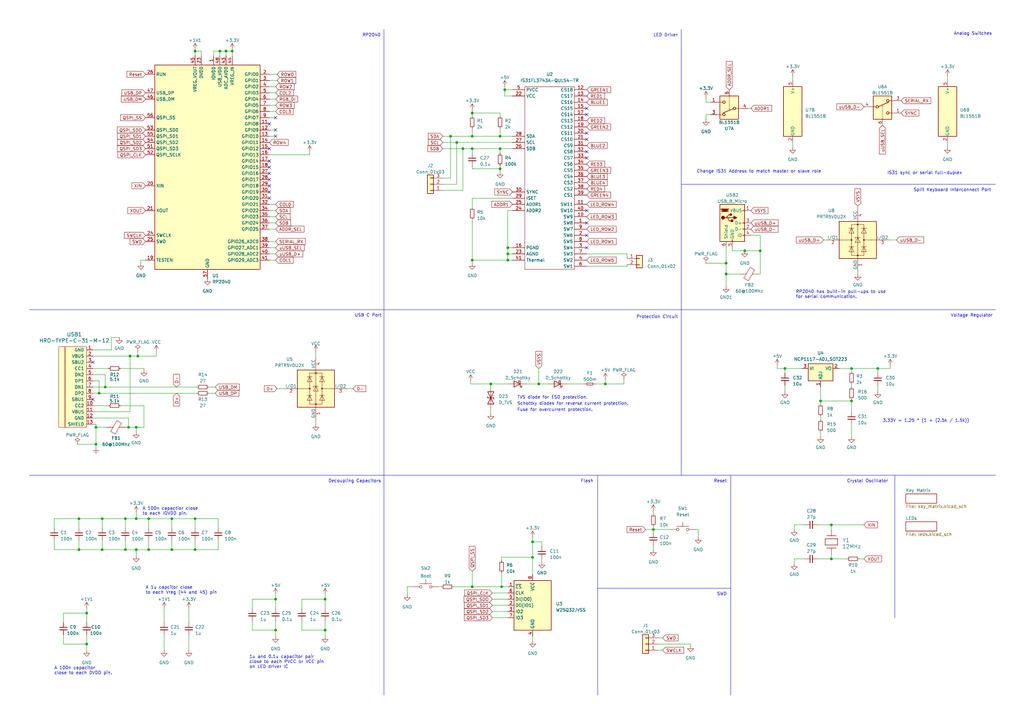
<source format=kicad_sch>
(kicad_sch (version 20230121) (generator eeschema)
  (paper "A3")
  (junction (at 267.97 217.17))
  (junction (at 39.37 175.26))
  (junction (at 80.01 20.955))
  (junction (at 113.03 258.445))
  (junction (at 56.515 146.05))
  (junction (at 43.18 158.75))
  (junction (at 336.55 164.465))
  (junction (at 70.485 212.725))
  (junction (at 55.88 225.425))
  (junction (at 41.91 212.725))
  (junction (at 305.435 102.87))
  (junction (at 32.385 212.725))
  (junction (at 218.44 222.25))
  (junction (at 60.96 212.725))
  (junction (at 52.705 175.26))
  (junction (at 208.28 101.6))
  (junction (at 311.785 102.87))
  (junction (at 207.01 36.83))
  (junction (at 41.91 225.425))
  (junction (at 205.105 55.88))
  (junction (at 55.88 212.725))
  (junction (at 349.25 164.465))
  (junction (at 205.105 69.215))
  (junction (at 95.25 20.955))
  (junction (at 184.785 55.88))
  (junction (at 60.96 225.425))
  (junction (at 133.35 245.745))
  (junction (at 349.25 151.13))
  (junction (at 208.28 104.14))
  (junction (at 35.56 264.16))
  (junction (at 92.71 20.955))
  (junction (at 53.34 146.05))
  (junction (at 205.74 240.665))
  (junction (at 80.01 212.725))
  (junction (at 321.945 151.13))
  (junction (at 51.435 225.425))
  (junction (at 360.045 151.13))
  (junction (at 133.35 258.445))
  (junction (at 193.675 240.665))
  (junction (at 90.17 20.955))
  (junction (at 340.995 229.235))
  (junction (at 193.675 106.68))
  (junction (at 201.295 157.48))
  (junction (at 193.675 60.96))
  (junction (at 205.105 60.96))
  (junction (at 340.995 215.265))
  (junction (at 32.385 225.425))
  (junction (at 208.28 106.68))
  (junction (at 40.64 161.29))
  (junction (at 248.285 157.48))
  (junction (at 80.01 225.425))
  (junction (at 51.435 212.725))
  (junction (at 113.03 245.745))
  (junction (at 55.88 175.26))
  (junction (at 35.56 251.46))
  (junction (at 193.675 46.355))
  (junction (at 218.44 228.6))
  (junction (at 220.98 157.48))
  (junction (at 297.815 112.395))
  (junction (at 187.325 58.42))
  (junction (at 297.815 107.95))
  (junction (at 70.485 225.425))
  (junction (at 189.865 60.96))
  (junction (at 193.675 55.88))
  (junction (at 39.37 182.245))
  (no_connect (at 240.665 46.99))
  (no_connect (at 240.665 44.45))
  (no_connect (at 240.665 91.44))
  (no_connect (at 240.665 86.36))
  (no_connect (at 110.49 81.28))
  (no_connect (at 110.49 60.96))
  (no_connect (at 38.1 163.83))
  (no_connect (at 240.665 62.23))
  (no_connect (at 113.03 53.34))
  (no_connect (at 113.03 48.26))
  (no_connect (at 110.49 68.58))
  (no_connect (at 240.665 54.61))
  (no_connect (at 110.49 71.12))
  (no_connect (at 38.1 148.59))
  (no_connect (at 110.49 66.04))
  (no_connect (at 110.49 50.8))
  (no_connect (at 240.665 96.52))
  (no_connect (at 240.665 64.77))
  (no_connect (at 110.49 73.66))
  (no_connect (at 240.665 101.6))
  (no_connect (at 110.49 76.2))
  (no_connect (at 110.49 78.74))
  (no_connect (at 240.665 57.15))
  (no_connect (at 113.03 55.88))
  (wire (pts (xy 56.515 146.05) (xy 64.135 146.05)))
  (wire (pts (xy 300.355 102.87) (xy 305.435 102.87)))
  (wire (pts (xy 103.505 258.445) (xy 113.03 258.445)))
  (wire (pts (xy 257.175 106.045) (xy 257.175 104.14)))
  (wire (pts (xy 307.975 96.52) (xy 311.785 96.52)))
  (wire (pts (xy 38.1 156.21) (xy 40.64 156.21)))
  (wire (pts (xy 110.49 99.06) (xy 113.03 99.06)))
  (wire (pts (xy 35.56 249.555) (xy 35.56 251.46)))
  (wire (pts (xy 201.295 159.385) (xy 201.295 157.48)))
  (wire (pts (xy 110.49 38.1) (xy 113.03 38.1)))
  (wire (pts (xy 52.705 171.45) (xy 52.705 175.26)))
  (wire (pts (xy 179.705 240.665) (xy 180.975 240.665)))
  (wire (pts (xy 90.17 20.955) (xy 90.17 22.86)))
  (wire (pts (xy 330.2 215.265) (xy 325.755 215.265)))
  (polyline (pts (xy 279.4 12.065) (xy 279.4 194.945)))
  (wire (pts (xy 349.25 151.13) (xy 360.045 151.13)))
  (wire (pts (xy 70.485 212.725) (xy 80.01 212.725)))
  (wire (pts (xy 297.815 112.395) (xy 297.815 117.475)))
  (wire (pts (xy 208.28 101.6) (xy 210.185 101.6)))
  (wire (pts (xy 189.865 78.105) (xy 189.865 60.96)))
  (wire (pts (xy 255.905 155.575) (xy 255.905 157.48)))
  (polyline (pts (xy 12.065 194.945) (xy 408.305 194.945)))
  (wire (pts (xy 110.49 48.26) (xy 113.03 48.26)))
  (wire (pts (xy 307.975 44.45) (xy 306.705 44.45)))
  (wire (pts (xy 49.53 166.37) (xy 59.055 166.37)))
  (wire (pts (xy 181.61 75.565) (xy 187.325 75.565)))
  (wire (pts (xy 193.675 81.28) (xy 193.675 85.09)))
  (wire (pts (xy 193.675 106.68) (xy 208.28 106.68)))
  (wire (pts (xy 85.725 158.75) (xy 88.265 158.75)))
  (wire (pts (xy 267.97 217.17) (xy 267.97 218.44)))
  (wire (pts (xy 92.71 20.955) (xy 92.71 22.86)))
  (wire (pts (xy 110.49 101.6) (xy 113.03 101.6)))
  (wire (pts (xy 51.435 225.425) (xy 55.88 225.425)))
  (wire (pts (xy 51.435 221.615) (xy 51.435 225.425)))
  (wire (pts (xy 26.035 264.16) (xy 35.56 264.16)))
  (wire (pts (xy 257.175 104.14) (xy 240.665 104.14)))
  (wire (pts (xy 80.01 225.425) (xy 89.535 225.425)))
  (wire (pts (xy 205.105 67.945) (xy 205.105 69.215)))
  (wire (pts (xy 207.01 39.37) (xy 210.185 39.37)))
  (wire (pts (xy 267.97 217.17) (xy 267.97 215.9)))
  (wire (pts (xy 321.945 151.13) (xy 321.945 153.035)))
  (wire (pts (xy 38.1 158.75) (xy 43.18 158.75)))
  (wire (pts (xy 201.295 167.005) (xy 201.295 169.545)))
  (wire (pts (xy 267.97 209.55) (xy 267.97 210.82)))
  (wire (pts (xy 38.1 166.37) (xy 44.45 166.37)))
  (wire (pts (xy 32.385 216.535) (xy 32.385 212.725)))
  (wire (pts (xy 89.535 216.535) (xy 89.535 212.725)))
  (wire (pts (xy 193.675 45.085) (xy 193.675 46.355)))
  (wire (pts (xy 193.675 106.68) (xy 193.675 107.95)))
  (wire (pts (xy 336.55 170.815) (xy 336.55 172.085)))
  (polyline (pts (xy 12.065 127) (xy 408.305 127)))
  (wire (pts (xy 267.97 223.52) (xy 267.97 225.425)))
  (wire (pts (xy 123.825 245.745) (xy 133.35 245.745)))
  (wire (pts (xy 208.28 86.36) (xy 208.28 101.6)))
  (wire (pts (xy 193.675 46.355) (xy 205.105 46.355)))
  (wire (pts (xy 349.25 151.13) (xy 344.17 151.13)))
  (wire (pts (xy 41.91 212.725) (xy 51.435 212.725)))
  (wire (pts (xy 95.25 20.955) (xy 95.25 22.86)))
  (wire (pts (xy 55.88 210.185) (xy 55.88 212.725)))
  (wire (pts (xy 193.675 240.665) (xy 205.74 240.665)))
  (wire (pts (xy 218.44 220.345) (xy 218.44 222.25)))
  (wire (pts (xy 113.03 258.445) (xy 113.03 260.985)))
  (wire (pts (xy 142.24 159.385) (xy 144.78 159.385)))
  (wire (pts (xy 360.045 151.13) (xy 360.045 153.035)))
  (wire (pts (xy 205.74 234.95) (xy 205.74 240.665)))
  (wire (pts (xy 205.105 60.96) (xy 205.105 62.865)))
  (wire (pts (xy 388.62 58.42) (xy 388.62 60.325)))
  (wire (pts (xy 38.1 143.51) (xy 45.72 143.51)))
  (wire (pts (xy 325.755 229.235) (xy 325.755 231.14)))
  (wire (pts (xy 39.37 173.99) (xy 39.37 175.26)))
  (wire (pts (xy 360.045 151.13) (xy 365.125 151.13)))
  (wire (pts (xy 113.665 30.48) (xy 110.49 30.48)))
  (wire (pts (xy 351.79 84.455) (xy 351.79 85.725)))
  (wire (pts (xy 123.825 254.635) (xy 123.825 258.445)))
  (wire (pts (xy 167.005 240.665) (xy 167.005 243.84)))
  (wire (pts (xy 218.44 222.25) (xy 222.25 222.25)))
  (wire (pts (xy 51.435 216.535) (xy 51.435 212.725)))
  (wire (pts (xy 352.425 229.235) (xy 354.33 229.235)))
  (wire (pts (xy 336.55 164.465) (xy 336.55 165.735)))
  (wire (pts (xy 55.88 225.425) (xy 60.96 225.425)))
  (wire (pts (xy 220.98 157.48) (xy 224.79 157.48)))
  (polyline (pts (xy 367.03 194.945) (xy 367.03 253.365)))
  (wire (pts (xy 167.005 240.665) (xy 169.545 240.665)))
  (wire (pts (xy 193.675 55.88) (xy 193.675 52.705)))
  (wire (pts (xy 26.035 260.35) (xy 26.035 264.16)))
  (wire (pts (xy 129.54 144.145) (xy 129.54 146.685)))
  (wire (pts (xy 127 62.23) (xy 127 63.5)))
  (polyline (pts (xy 299.72 194.945) (xy 299.72 285.115)))
  (wire (pts (xy 184.785 55.88) (xy 184.785 73.025)))
  (wire (pts (xy 283.21 264.16) (xy 283.21 264.795)))
  (wire (pts (xy 337.82 98.425) (xy 339.09 98.425)))
  (wire (pts (xy 22.225 216.535) (xy 22.225 212.725)))
  (polyline (pts (xy 245.11 194.945) (xy 245.11 285.115)))
  (wire (pts (xy 110.49 88.9) (xy 113.03 88.9)))
  (wire (pts (xy 193.04 156.21) (xy 193.04 157.48)))
  (wire (pts (xy 205.74 240.665) (xy 208.28 240.665)))
  (wire (pts (xy 269.875 264.16) (xy 283.21 264.16)))
  (wire (pts (xy 207.01 36.83) (xy 207.01 35.56)))
  (wire (pts (xy 205.105 60.96) (xy 210.185 60.96)))
  (wire (pts (xy 289.56 40.005) (xy 289.56 41.91)))
  (wire (pts (xy 240.665 109.22) (xy 257.175 109.22)))
  (wire (pts (xy 35.56 260.35) (xy 35.56 264.16)))
  (wire (pts (xy 340.995 215.265) (xy 340.995 217.17)))
  (wire (pts (xy 51.435 212.725) (xy 55.88 212.725)))
  (wire (pts (xy 110.49 40.64) (xy 113.03 40.64)))
  (wire (pts (xy 43.18 153.67) (xy 43.18 158.75)))
  (wire (pts (xy 123.825 258.445) (xy 133.35 258.445)))
  (wire (pts (xy 325.755 215.265) (xy 325.755 217.17)))
  (wire (pts (xy 336.55 177.165) (xy 336.55 179.07)))
  (wire (pts (xy 32.385 221.615) (xy 32.385 225.425)))
  (wire (pts (xy 38.1 151.13) (xy 44.45 151.13)))
  (wire (pts (xy 193.04 157.48) (xy 201.295 157.48)))
  (wire (pts (xy 257.175 109.22) (xy 257.175 108.585)))
  (wire (pts (xy 335.28 229.235) (xy 340.995 229.235)))
  (wire (pts (xy 336.55 158.75) (xy 336.55 164.465)))
  (wire (pts (xy 60.96 225.425) (xy 70.485 225.425)))
  (wire (pts (xy 87.63 20.955) (xy 90.17 20.955)))
  (wire (pts (xy 210.185 55.88) (xy 205.105 55.88)))
  (polyline (pts (xy 279.4 75.565) (xy 408.305 75.565)))
  (wire (pts (xy 184.785 55.88) (xy 193.675 55.88)))
  (wire (pts (xy 90.17 20.955) (xy 92.71 20.955)))
  (wire (pts (xy 55.88 225.425) (xy 55.88 227.965)))
  (wire (pts (xy 57.785 106.68) (xy 57.785 107.95)))
  (wire (pts (xy 22.225 212.725) (xy 32.385 212.725)))
  (wire (pts (xy 336.55 164.465) (xy 349.25 164.465)))
  (wire (pts (xy 110.49 53.34) (xy 113.03 53.34)))
  (wire (pts (xy 39.37 182.245) (xy 39.37 183.515)))
  (wire (pts (xy 181.61 58.42) (xy 187.325 58.42)))
  (wire (pts (xy 193.675 90.17) (xy 193.675 106.68)))
  (wire (pts (xy 321.945 151.13) (xy 328.93 151.13)))
  (wire (pts (xy 222.25 222.25) (xy 222.25 224.155)))
  (wire (pts (xy 340.995 229.235) (xy 347.345 229.235)))
  (wire (pts (xy 113.03 254.635) (xy 113.03 258.445)))
  (wire (pts (xy 35.56 255.27) (xy 35.56 251.46)))
  (wire (pts (xy 205.105 46.355) (xy 205.105 47.625)))
  (wire (pts (xy 318.77 149.86) (xy 318.77 151.13)))
  (wire (pts (xy 53.34 146.05) (xy 56.515 146.05)))
  (wire (pts (xy 110.49 93.98) (xy 113.03 93.98)))
  (wire (pts (xy 51.435 175.26) (xy 52.705 175.26)))
  (wire (pts (xy 38.1 161.29) (xy 40.64 161.29)))
  (wire (pts (xy 82.55 22.86) (xy 82.55 20.955)))
  (wire (pts (xy 103.505 249.555) (xy 103.505 245.745)))
  (wire (pts (xy 77.47 255.27) (xy 77.47 249.555)))
  (wire (pts (xy 311.15 112.395) (xy 311.785 112.395)))
  (wire (pts (xy 340.995 227.33) (xy 340.995 229.235)))
  (wire (pts (xy 89.535 221.615) (xy 89.535 225.425)))
  (wire (pts (xy 55.88 212.725) (xy 60.96 212.725)))
  (wire (pts (xy 187.325 58.42) (xy 187.325 75.565)))
  (wire (pts (xy 40.64 161.29) (xy 80.645 161.29)))
  (wire (pts (xy 330.2 229.235) (xy 325.755 229.235)))
  (wire (pts (xy 133.35 258.445) (xy 133.35 260.985)))
  (wire (pts (xy 53.34 168.91) (xy 53.34 146.05)))
  (wire (pts (xy 60.96 212.725) (xy 70.485 212.725)))
  (wire (pts (xy 311.785 96.52) (xy 311.785 102.87)))
  (wire (pts (xy 110.49 86.36) (xy 113.03 86.36)))
  (wire (pts (xy 201.93 253.365) (xy 208.28 253.365)))
  (polyline (pts (xy 157.48 12.065) (xy 157.48 285.115)))
  (wire (pts (xy 43.18 158.75) (xy 80.645 158.75)))
  (wire (pts (xy 110.49 55.88) (xy 113.03 55.88)))
  (wire (pts (xy 349.25 157.48) (xy 349.25 158.75)))
  (wire (pts (xy 80.01 216.535) (xy 80.01 212.725)))
  (wire (pts (xy 123.825 249.555) (xy 123.825 245.745)))
  (wire (pts (xy 95.25 20.32) (xy 95.25 20.955)))
  (wire (pts (xy 181.61 55.88) (xy 184.785 55.88)))
  (wire (pts (xy 244.475 157.48) (xy 248.285 157.48)))
  (wire (pts (xy 57.785 106.68) (xy 59.69 106.68)))
  (polyline (pts (xy 245.11 241.3) (xy 299.72 241.3)))
  (wire (pts (xy 205.105 55.88) (xy 193.675 55.88)))
  (wire (pts (xy 349.25 152.4) (xy 349.25 151.13)))
  (wire (pts (xy 70.485 225.425) (xy 80.01 225.425)))
  (wire (pts (xy 113.665 33.02) (xy 110.49 33.02)))
  (wire (pts (xy 133.35 254.635) (xy 133.35 258.445)))
  (wire (pts (xy 289.56 46.99) (xy 289.56 48.895)))
  (wire (pts (xy 269.875 266.7) (xy 271.78 266.7)))
  (wire (pts (xy 110.49 43.18) (xy 113.03 43.18)))
  (wire (pts (xy 201.93 248.285) (xy 208.28 248.285)))
  (wire (pts (xy 184.785 73.025) (xy 181.61 73.025)))
  (wire (pts (xy 201.93 243.205) (xy 208.28 243.205)))
  (wire (pts (xy 41.91 216.535) (xy 41.91 212.725)))
  (wire (pts (xy 232.41 157.48) (xy 239.395 157.48)))
  (wire (pts (xy 208.28 101.6) (xy 208.28 104.14)))
  (wire (pts (xy 85.725 161.29) (xy 88.265 161.29)))
  (wire (pts (xy 388.62 31.115) (xy 388.62 33.02)))
  (wire (pts (xy 70.485 221.615) (xy 70.485 225.425)))
  (wire (pts (xy 129.54 172.085) (xy 129.54 173.99)))
  (wire (pts (xy 59.055 166.37) (xy 59.055 175.26)))
  (wire (pts (xy 264.795 217.17) (xy 267.97 217.17)))
  (wire (pts (xy 70.485 216.535) (xy 70.485 212.725)))
  (wire (pts (xy 67.31 260.35) (xy 67.31 266.7)))
  (wire (pts (xy 45.72 138.43) (xy 48.895 138.43)))
  (wire (pts (xy 113.03 243.84) (xy 113.03 245.745)))
  (wire (pts (xy 193.675 234.315) (xy 193.675 240.665)))
  (wire (pts (xy 300.355 101.6) (xy 300.355 102.87)))
  (wire (pts (xy 297.815 101.6) (xy 297.815 107.95)))
  (wire (pts (xy 52.705 175.26) (xy 55.88 175.26)))
  (wire (pts (xy 110.49 83.82) (xy 113.03 83.82)))
  (wire (pts (xy 360.045 158.115) (xy 360.045 160.655)))
  (wire (pts (xy 133.35 249.555) (xy 133.35 245.745)))
  (wire (pts (xy 205.105 69.215) (xy 193.675 69.215)))
  (wire (pts (xy 38.1 168.91) (xy 53.34 168.91)))
  (wire (pts (xy 220.98 151.13) (xy 220.98 157.48)))
  (wire (pts (xy 207.01 36.83) (xy 210.185 36.83)))
  (wire (pts (xy 289.56 107.95) (xy 297.815 107.95)))
  (wire (pts (xy 55.88 175.26) (xy 59.055 175.26)))
  (wire (pts (xy 201.93 245.745) (xy 208.28 245.745)))
  (wire (pts (xy 113.03 249.555) (xy 113.03 245.745)))
  (wire (pts (xy 22.225 221.615) (xy 22.225 225.425)))
  (wire (pts (xy 103.505 254.635) (xy 103.505 258.445)))
  (wire (pts (xy 31.75 182.245) (xy 39.37 182.245)))
  (wire (pts (xy 269.875 261.62) (xy 271.78 261.62)))
  (wire (pts (xy 110.49 63.5) (xy 127 63.5)))
  (wire (pts (xy 205.105 69.215) (xy 205.105 70.485)))
  (wire (pts (xy 35.56 264.16) (xy 35.56 266.7)))
  (wire (pts (xy 218.44 260.985) (xy 218.44 262.89)))
  (wire (pts (xy 208.28 104.14) (xy 208.28 106.68)))
  (wire (pts (xy 248.285 155.575) (xy 248.285 157.48)))
  (wire (pts (xy 40.64 156.21) (xy 40.64 161.29)))
  (wire (pts (xy 349.25 164.465) (xy 349.25 168.91)))
  (wire (pts (xy 110.49 45.72) (xy 113.03 45.72)))
  (wire (pts (xy 26.035 251.46) (xy 35.56 251.46)))
  (wire (pts (xy 113.665 159.385) (xy 116.84 159.385)))
  (wire (pts (xy 22.225 225.425) (xy 32.385 225.425)))
  (wire (pts (xy 80.01 20.32) (xy 80.01 20.955)))
  (wire (pts (xy 318.77 151.13) (xy 321.945 151.13)))
  (wire (pts (xy 67.31 255.27) (xy 67.31 249.555)))
  (wire (pts (xy 297.815 107.95) (xy 297.815 112.395)))
  (wire (pts (xy 110.49 91.44) (xy 113.03 91.44)))
  (wire (pts (xy 218.44 228.6) (xy 218.44 235.585)))
  (wire (pts (xy 41.91 225.425) (xy 51.435 225.425)))
  (wire (pts (xy 189.865 60.96) (xy 193.675 60.96)))
  (wire (pts (xy 351.79 111.125) (xy 351.79 112.395)))
  (wire (pts (xy 80.01 221.615) (xy 80.01 225.425)))
  (wire (pts (xy 39.37 175.26) (xy 39.37 182.245)))
  (wire (pts (xy 87.63 22.86) (xy 87.63 20.955)))
  (wire (pts (xy 80.01 212.725) (xy 89.535 212.725)))
  (wire (pts (xy 103.505 245.745) (xy 113.03 245.745)))
  (wire (pts (xy 39.37 175.26) (xy 43.815 175.26)))
  (wire (pts (xy 367.665 98.425) (xy 364.49 98.425)))
  (wire (pts (xy 181.61 78.105) (xy 189.865 78.105)))
  (wire (pts (xy 349.25 164.465) (xy 349.25 163.83)))
  (wire (pts (xy 59.055 151.765) (xy 59.055 151.13)))
  (wire (pts (xy 285.115 217.17) (xy 286.385 217.17)))
  (wire (pts (xy 248.285 157.48) (xy 255.905 157.48)))
  (wire (pts (xy 38.1 146.05) (xy 53.34 146.05)))
  (wire (pts (xy 291.465 41.91) (xy 289.56 41.91)))
  (wire (pts (xy 32.385 225.425) (xy 41.91 225.425)))
  (wire (pts (xy 64.135 146.05) (xy 64.135 144.145)))
  (wire (pts (xy 208.28 106.68) (xy 210.185 106.68)))
  (wire (pts (xy 193.675 60.96) (xy 205.105 60.96)))
  (wire (pts (xy 349.25 173.99) (xy 349.25 179.07)))
  (wire (pts (xy 193.675 46.355) (xy 193.675 47.625)))
  (wire (pts (xy 55.88 175.26) (xy 55.88 177.165)))
  (wire (pts (xy 222.25 229.235) (xy 222.25 230.505)))
  (wire (pts (xy 41.91 221.615) (xy 41.91 225.425)))
  (wire (pts (xy 201.295 157.48) (xy 208.28 157.48)))
  (wire (pts (xy 80.01 20.955) (xy 80.01 22.86)))
  (wire (pts (xy 193.675 81.28) (xy 210.185 81.28)))
  (wire (pts (xy 311.785 102.87) (xy 305.435 102.87)))
  (wire (pts (xy 26.035 255.27) (xy 26.035 251.46)))
  (wire (pts (xy 38.1 171.45) (xy 52.705 171.45)))
  (wire (pts (xy 325.12 31.115) (xy 325.12 33.02)))
  (wire (pts (xy 187.325 58.42) (xy 210.185 58.42)))
  (wire (pts (xy 201.93 250.825) (xy 208.28 250.825)))
  (wire (pts (xy 274.955 217.17) (xy 267.97 217.17)))
  (wire (pts (xy 39.37 173.99) (xy 38.1 173.99)))
  (wire (pts (xy 60.96 216.535) (xy 60.96 212.725)))
  (wire (pts (xy 321.945 158.115) (xy 321.945 160.655)))
  (wire (pts (xy 207.01 36.83) (xy 207.01 39.37)))
  (wire (pts (xy 340.995 215.265) (xy 354.33 215.265)))
  (wire (pts (xy 325.12 58.42) (xy 325.12 60.325)))
  (wire (pts (xy 110.49 104.14) (xy 113.03 104.14)))
  (wire (pts (xy 82.55 20.955) (xy 80.01 20.955)))
  (wire (pts (xy 193.675 69.215) (xy 193.675 67.945)))
  (wire (pts (xy 77.47 260.35) (xy 77.47 266.7)))
  (wire (pts (xy 205.74 228.6) (xy 218.44 228.6)))
  (wire (pts (xy 45.72 143.51) (xy 45.72 138.43)))
  (wire (pts (xy 181.61 60.96) (xy 189.865 60.96)))
  (wire (pts (xy 60.96 221.615) (xy 60.96 225.425)))
  (wire (pts (xy 286.385 217.17) (xy 286.385 220.345)))
  (wire (pts (xy 210.185 86.36) (xy 208.28 86.36)))
  (wire (pts (xy 303.53 112.395) (xy 297.815 112.395)))
  (wire (pts (xy 92.71 20.955) (xy 95.25 20.955)))
  (wire (pts (xy 113.03 35.56) (xy 110.49 35.56)))
  (wire (pts (xy 218.44 222.25) (xy 218.44 228.6)))
  (wire (pts (xy 205.74 228.6) (xy 205.74 229.87)))
  (wire (pts (xy 59.055 151.13) (xy 49.53 151.13)))
  (wire (pts (xy 32.385 212.725) (xy 41.91 212.725)))
  (wire (pts (xy 38.1 153.67) (xy 43.18 153.67)))
  (wire (pts (xy 335.28 215.265) (xy 340.995 215.265)))
  (wire (pts (xy 311.785 112.395) (xy 311.785 102.87)))
  (wire (pts (xy 205.105 55.88) (xy 205.105 52.705)))
  (wire (pts (xy 133.35 243.84) (xy 133.35 245.745)))
  (wire (pts (xy 291.465 46.99) (xy 289.56 46.99)))
  (wire (pts (xy 208.28 104.14) (xy 210.185 104.14)))
  (wire (pts (xy 56.515 144.145) (xy 56.515 146.05)))
  (wire (pts (xy 193.675 62.865) (xy 193.675 60.96)))
  (wire (pts (xy 186.055 240.665) (xy 193.675 240.665)))
  (wire (pts (xy 365.125 149.86) (xy 365.125 151.13)))
  (wire (pts (xy 110.49 106.68) (xy 113.03 106.68)))
  (wire (pts (xy 215.9 157.48) (xy 220.98 157.48)))
  (text "A 100n capactior close\nto each IOVDD pin." (at 58.42 211.455 0) (effects (font (size 1.27 1.27)) (justify left bottom)))
  (text "Flash" (at 238.125 198.12 0) (effects (font (size 1.27 1.27)) (justify left bottom)))
  (text "RP2040" (at 148.59 15.24 0) (effects (font (size 1.27 1.27)) (justify left bottom)))
  (text "TVS diode for ESD protection." (at 212.09 163.83 0) (effects (font (size 1.27 1.27)) (justify left bottom)))
  (text "Reset\n" (at 292.735 198.12 0) (effects (font (size 1.27 1.27)) (justify left bottom)))
  (text "IS31 sync or serial full-duplex" (at 363.855 71.755 0) (effects (font (size 1.27 1.27)) (justify left bottom)))
  (text "Crystal Oscillator\n" (at 347.345 198.12 0) (effects (font (size 1.27 1.27)) (justify left bottom)))
  (text "Protection Circuit" (at 260.985 130.81 0) (effects (font (size 1.27 1.27)) (justify left bottom)))
  (text "LED Driver" (at 267.97 15.24 0) (effects (font (size 1.27 1.27)) (justify left bottom)))
  (text "Change IS31 Address to match master or slave role" (at 285.75 71.12 0) (effects (font (size 1.27 1.27)) (justify left bottom)))
  (text "SWD" (at 294.005 244.475 0) (effects (font (size 1.27 1.27)) (justify left bottom)))
  (text "Analog Switches" (at 391.16 14.605 0) (effects (font (size 1.27 1.27)) (justify left bottom)))
  (text "Schottky diodes for reverse current protection." (at 212.09 166.37 0) (effects (font (size 1.27 1.27)) (justify left bottom)))
  (text "1u and 0.1u capacitor pair \nclose to each PVCC or VCC pin\non LED driver IC" (at 102.235 274.32 0) (effects (font (size 1.27 1.27)) (justify left bottom)))
  (text "Voltage Regulator" (at 389.89 130.175 0) (effects (font (size 1.27 1.27)) (justify left bottom)))
  (text "Fuse for overcurrent protection.\n" (at 212.09 168.91 0) (effects (font (size 1.27 1.27)) (justify left bottom)))
  (text "A 100n capacitor \nclose to each DVDD pin." (at 22.225 276.86 0) (effects (font (size 1.27 1.27)) (justify left bottom)))
  (text "USB C Port" (at 145.415 130.175 0) (effects (font (size 1.27 1.27)) (justify left bottom)))
  (text "A 1u capcitor close\nto each Vreg (44 and 45) pin" (at 59.69 243.84 0) (effects (font (size 1.27 1.27)) (justify left bottom)))
  (text "Split Keyboard Interconnect Port" (at 374.65 78.74 0) (effects (font (size 1.27 1.27)) (justify left bottom)))
  (text "3.33V = 1.25 * (1 + (2.5k / 1.5k))" (at 361.95 173.355 0) (effects (font (size 1.27 1.27)) (justify left bottom)))
  (text "Decoupling Capacitors" (at 134.62 198.12 0) (effects (font (size 1.27 1.27)) (justify left bottom)))
  (text "RP2040 has built-in pull-ups to use\nfor serial communication." (at 326.39 122.555 0) (effects (font (size 1.27 1.27)) (justify left bottom)))
  (global_label "COL2" (shape input) (at 113.03 38.1 0) (property "Intersheetrefs" "${INTERSHEET_REFS}" (effects hide)))
  (global_label "SERIAL_RX" (shape input) (at 113.03 99.06 0) (property "Intersheetrefs" "${INTERSHEET_REFS}" (effects hide)))
  (global_label "uUSB_D+" (shape input) (at 113.03 104.14 0) (property "Intersheetrefs" "${INTERSHEET_REFS}" (effects hide)))
  (global_label "SDA" (shape input) (at 181.61 55.88 180) (property "Intersheetrefs" "${INTERSHEET_REFS}" (effects hide)))
  (global_label "ROW2" (shape input) (at 113.03 35.56 0) (property "Intersheetrefs" "${INTERSHEET_REFS}" (effects hide)))
  (global_label "SWCLK" (shape input) (at 271.78 266.7 0) (property "Intersheetrefs" "${INTERSHEET_REFS}" (effects hide)))
  (global_label "XIN" (shape input) (at 354.33 215.265 0) (property "Intersheetrefs" "${INTERSHEET_REFS}" (effects hide)))
  (global_label "ADDR1" (shape input) (at 307.975 44.45 0) (property "Intersheetrefs" "${INTERSHEET_REFS}" (effects hide)))
  (global_label "XIN" (shape input) (at 59.69 76.2 180) (property "Intersheetrefs" "${INTERSHEET_REFS}" (effects hide)))
  (global_label "uUSB_SEL" (shape input) (at 361.95 51.435 270) (property "Intersheetrefs" "${INTERSHEET_REFS}" (effects hide)))
  (global_label "D+" (shape input) (at 113.665 159.385 180) (property "Intersheetrefs" "${INTERSHEET_REFS}" (effects hide)))
  (global_label "RED4" (shape input) (at 240.665 77.47 0) (property "Intersheetrefs" "${INTERSHEET_REFS}" (effects hide)))
  (global_label "BLUE3" (shape input) (at 240.665 72.39 0) (property "Intersheetrefs" "${INTERSHEET_REFS}" (effects hide)))
  (global_label "D-" (shape input) (at 144.78 159.385 0) (property "Intersheetrefs" "${INTERSHEET_REFS}" (effects hide)))
  (global_label "COL1" (shape input) (at 113.03 106.68 0) (property "Intersheetrefs" "${INTERSHEET_REFS}" (effects hide)))
  (global_label "USB_DM" (shape input) (at 59.69 40.64 180) (property "Intersheetrefs" "${INTERSHEET_REFS}" (effects hide)))
  (global_label "COL0" (shape input) (at 113.03 83.82 0) (property "Intersheetrefs" "${INTERSHEET_REFS}" (effects hide)))
  (global_label "LED_ROW1" (shape input) (at 240.665 99.06 0) (property "Intersheetrefs" "${INTERSHEET_REFS}" (effects hide)))
  (global_label "QSPI_SS" (shape input) (at 193.675 234.315 90) (property "Intersheetrefs" "${INTERSHEET_REFS}" (effects hide)))
  (global_label "uUSB_D+" (shape input) (at 307.975 91.44 0) (property "Intersheetrefs" "${INTERSHEET_REFS}" (effects hide)))
  (global_label "SYNC" (shape input) (at 369.57 46.355 0) (property "Intersheetrefs" "${INTERSHEET_REFS}" (effects hide)))
  (global_label "LED_ROW3" (shape input) (at 240.665 88.9 0) (property "Intersheetrefs" "${INTERSHEET_REFS}" (effects hide)))
  (global_label "VSYS" (shape input) (at 307.975 86.36 0) (property "Intersheetrefs" "${INTERSHEET_REFS}" (effects hide)))
  (global_label "QSPI_SD2" (shape input) (at 201.93 250.825 180) (property "Intersheetrefs" "${INTERSHEET_REFS}" (effects hide)))
  (global_label "BLUE4" (shape input) (at 240.665 74.93 0) (property "Intersheetrefs" "${INTERSHEET_REFS}" (effects hide)))
  (global_label "USB_DP" (shape input) (at 59.69 38.1 180) (property "Intersheetrefs" "${INTERSHEET_REFS}" (effects hide)))
  (global_label "RED3" (shape input) (at 240.665 67.31 0) (property "Intersheetrefs" "${INTERSHEET_REFS}" (effects hide)))
  (global_label "VSYS" (shape input) (at 220.98 151.13 90) (property "Intersheetrefs" "${INTERSHEET_REFS}" (effects hide)))
  (global_label "QSPI_SD2" (shape input) (at 59.69 58.42 180) (property "Intersheetrefs" "${INTERSHEET_REFS}" (effects hide)))
  (global_label "QSPI_CLK" (shape input) (at 201.93 243.205 180) (property "Intersheetrefs" "${INTERSHEET_REFS}" (effects hide)))
  (global_label "SDB" (shape input) (at 181.61 60.96 180) (property "Intersheetrefs" "${INTERSHEET_REFS}" (effects hide)))
  (global_label "QSPI_SDO" (shape input) (at 201.93 245.745 180) (property "Intersheetrefs" "${INTERSHEET_REFS}" (effects hide)))
  (global_label "USB_DM" (shape input) (at 88.265 158.75 0) (property "Intersheetrefs" "${INTERSHEET_REFS}" (effects hide)))
  (global_label "BLUE1" (shape input) (at 240.665 41.91 0) (property "Intersheetrefs" "${INTERSHEET_REFS}" (effects hide)))
  (global_label "SYNC" (shape input) (at 210.185 78.74 180) (property "Intersheetrefs" "${INTERSHEET_REFS}" (effects hide)))
  (global_label "QSPI_SS" (shape input) (at 59.69 48.26 180) (property "Intersheetrefs" "${INTERSHEET_REFS}" (effects hide)))
  (global_label "LED_ROW4" (shape input) (at 240.665 83.82 0) (property "Intersheetrefs" "${INTERSHEET_REFS}" (effects hide)))
  (global_label "ROW3" (shape input) (at 113.03 43.18 0) (property "Intersheetrefs" "${INTERSHEET_REFS}" (effects hide)))
  (global_label "SDB" (shape input) (at 113.03 91.44 0) (property "Intersheetrefs" "${INTERSHEET_REFS}" (effects hide)))
  (global_label "QSPI_SDO" (shape input) (at 59.69 53.34 180) (property "Intersheetrefs" "${INTERSHEET_REFS}" (effects hide)))
  (global_label "LED_ROW5" (shape input) (at 240.665 106.68 0) (property "Intersheetrefs" "${INTERSHEET_REFS}" (effects hide)))
  (global_label "ADDR_SEL" (shape input) (at 299.085 36.83 90) (property "Intersheetrefs" "${INTERSHEET_REFS}" (effects hide)))
  (global_label "RED2" (shape input) (at 240.665 49.53 0) (property "Intersheetrefs" "${INTERSHEET_REFS}" (effects hide)))
  (global_label "SWD" (shape input) (at 271.78 261.62 0) (property "Intersheetrefs" "${INTERSHEET_REFS}" (effects hide)))
  (global_label "QSPI_SD3" (shape input) (at 59.69 60.96 180) (property "Intersheetrefs" "${INTERSHEET_REFS}" (effects hide)))
  (global_label "RGB_DI" (shape input) (at 113.03 40.64 0) (property "Intersheetrefs" "${INTERSHEET_REFS}" (effects hide)))
  (global_label "GREEN1" (shape input) (at 240.665 36.83 0) (property "Intersheetrefs" "${INTERSHEET_REFS}" (effects hide)))
  (global_label "uUSB_D-" (shape input) (at 307.975 93.98 0) (property "Intersheetrefs" "${INTERSHEET_REFS}" (effects hide)))
  (global_label "RED1" (shape input) (at 240.665 39.37 0) (property "Intersheetrefs" "${INTERSHEET_REFS}" (effects hide)))
  (global_label "GREEN4" (shape input) (at 240.665 80.01 0) (property "Intersheetrefs" "${INTERSHEET_REFS}" (effects hide)))
  (global_label "uUSB_D-" (shape input) (at 367.665 98.425 0) (property "Intersheetrefs" "${INTERSHEET_REFS}" (effects hide)))
  (global_label "Reset" (shape input) (at 59.69 30.48 180) (property "Intersheetrefs" "${INTERSHEET_REFS}" (effects hide)))
  (global_label "SCL" (shape input) (at 113.03 88.9 0) (property "Intersheetrefs" "${INTERSHEET_REFS}" (effects hide)))
  (global_label "Reset" (shape input) (at 264.795 217.17 180) (property "Intersheetrefs" "${INTERSHEET_REFS}" (effects hide)))
  (global_label "QSPI_SD1" (shape input) (at 59.69 55.88 180) (property "Intersheetrefs" "${INTERSHEET_REFS}" (effects hide)))
  (global_label "SDA" (shape input) (at 113.03 86.36 0) (property "Intersheetrefs" "${INTERSHEET_REFS}" (effects hide)))
  (global_label "LED_ROW2" (shape input) (at 240.665 93.98 0) (property "Intersheetrefs" "${INTERSHEET_REFS}" (effects hide)))
  (global_label "uUSB_D+" (shape input) (at 337.82 98.425 180) (property "Intersheetrefs" "${INTERSHEET_REFS}" (effects hide)))
  (global_label "SWCLK" (shape input) (at 59.69 96.52 180) (property "Intersheetrefs" "${INTERSHEET_REFS}" (effects hide)))
  (global_label "USB_DP" (shape input) (at 88.265 161.29 0) (property "Intersheetrefs" "${INTERSHEET_REFS}" (effects hide)))
  (global_label "QSPI_CLK" (shape input) (at 59.69 63.5 180) (property "Intersheetrefs" "${INTERSHEET_REFS}" (effects hide)))
  (global_label "SERIAL_RX" (shape input) (at 369.57 41.275 0) (property "Intersheetrefs" "${INTERSHEET_REFS}" (effects hide)))
  (global_label "ROW4" (shape input) (at 110.49 58.42 0) (property "Intersheetrefs" "${INTERSHEET_REFS}" (effects hide)))
  (global_label "VSYS" (shape input) (at 351.79 84.455 90) (property "Intersheetrefs" "${INTERSHEET_REFS}" (effects hide)))
  (global_label "ADDR_SEL" (shape input) (at 113.03 93.98 0) (property "Intersheetrefs" "${INTERSHEET_REFS}" (effects hide)))
  (global_label "SCL" (shape input) (at 181.61 58.42 180) (property "Intersheetrefs" "${INTERSHEET_REFS}" (effects hide)))
  (global_label "BLUE2" (shape input) (at 240.665 59.69 0) (property "Intersheetrefs" "${INTERSHEET_REFS}" (effects hide)))
  (global_label "GREEN3" (shape input) (at 240.665 69.85 0) (property "Intersheetrefs" "${INTERSHEET_REFS}" (effects hide)))
  (global_label "XOUT" (shape input) (at 354.33 229.235 0) (property "Intersheetrefs" "${INTERSHEET_REFS}" (effects hide)))
  (global_label "D-" (shape input) (at 72.39 158.75 90) (property "Intersheetrefs" "${INTERSHEET_REFS}" (effects hide)))
  (global_label "uUSB_D-" (shape input) (at 354.33 43.815 180) (property "Intersheetrefs" "${INTERSHEET_REFS}" (effects hide)))
  (global_label "ROW1" (shape input) (at 113.665 33.02 0) (property "Intersheetrefs" "${INTERSHEET_REFS}" (effects hide)))
  (global_label "QSPI_SD3" (shape input) (at 201.93 253.365 180) (property "Intersheetrefs" "${INTERSHEET_REFS}" (effects hide)))
  (global_label "QSPI_SD1" (shape input) (at 201.93 248.285 180) (property "Intersheetrefs" "${INTERSHEET_REFS}" (effects hide)))
  (global_label "XOUT" (shape input) (at 59.69 86.36 180) (property "Intersheetrefs" "${INTERSHEET_REFS}" (effects hide)))
  (global_label "uUSB_SEL" (shape input) (at 113.03 101.6 0) (property "Intersheetrefs" "${INTERSHEET_REFS}" (effects hide)))
  (global_label "SWD" (shape input) (at 59.69 99.06 180) (property "Intersheetrefs" "${INTERSHEET_REFS}" (effects hide)))
  (global_label "GREEN2" (shape input) (at 240.665 52.07 0) (property "Intersheetrefs" "${INTERSHEET_REFS}" (effects hide)))
  (global_label "D+" (shape input) (at 72.39 161.29 270) (property "Intersheetrefs" "${INTERSHEET_REFS}" (effects hide)))
  (global_label "ROW0" (shape input) (at 113.665 30.48 0) (property "Intersheetrefs" "${INTERSHEET_REFS}" (effects hide)))
  (global_label "COL3" (shape input) (at 113.03 45.72 0) (property "Intersheetrefs" "${INTERSHEET_REFS}" (effects hide)))
  (global_label "ADDR1" (shape input) (at 210.185 83.82 180) (property "Intersheetrefs" "${INTERSHEET_REFS}" (effects hide)))
  (symbol (lib_id "power:GND") (at 349.25 179.07 0) (unit 1)
    (property "Reference" "#PWR039" (effects hide))
    (property "Value" "GND" (at 349.25 183.515 0))
  )
  (symbol (lib_id "IS31FL3743A-QULS4-TR:IS31FL3743A") (at 220.345 44.45 0) (unit 1)
    (property "Reference" "U2" (at 225.425 30.48 0))
    (property "Value" "IS31FL3743A-QULS4-TR" (at 225.425 33.02 0))
    (property "Footprint" "Package_DFN_QFN:UQFN-40-1EP_5x5mm_P0.4mm_EP3.8x3.8mm" (effects hide))
    (property "Datasheet" "https://www.lumissil.com/assets/pdf/core/IS31FL3743A_DS.pdf" (effects hide))
  )
  (symbol (lib_id "power:+5V") (at 248.285 155.575 0) (unit 1)
    (property "Reference" "#PWR028" (effects hide))
    (property "Value" "+5V" (at 248.285 151.765 0))
  )
  (symbol (lib_id "Device:C_Small") (at 70.485 219.075 0) (unit 1)
    (property "Reference" "C6" (at 73.025 218.4463 0) (effects (justify left)))
    (property "Value" "100n" (at 73.025 220.9863 0) (effects (justify left)))
    (property "Footprint" "Capacitor_SMD:C_0805_2012Metric_Pad1.18x1.45mm_HandSolder" (effects hide))
  )
  (symbol (lib_id "Device:C_Small") (at 32.385 219.075 0) (unit 1)
    (property "Reference" "C2" (at 34.925 218.4463 0) (effects (justify left)))
    (property "Value" "100n" (at 34.925 220.9863 0) (effects (justify left)))
    (property "Footprint" "Capacitor_SMD:C_0805_2012Metric_Pad1.18x1.45mm_HandSolder" (effects hide))
  )
  (symbol (lib_id "power:GND") (at 218.44 262.89 0) (unit 1)
    (property "Reference" "#PWR022" (effects hide))
    (property "Value" "GND" (at 218.44 267.97 0))
  )
  (symbol (lib_id "Device:C_Small") (at 26.035 257.81 0) (unit 1)
    (property "Reference" "C9" (at 28.575 257.1813 0) (effects (justify left)))
    (property "Value" "100n" (at 36.83 259.715 0) (effects (justify left)))
    (property "Footprint" "Capacitor_SMD:C_0805_2012Metric_Pad1.18x1.45mm_HandSolder" (effects hide))
  )
  (symbol (lib_id "power:GND") (at 59.055 151.765 0) (unit 1)
    (property "Reference" "#PWR029" (effects hide))
    (property "Value" "GND" (at 59.055 156.21 0))
  )
  (symbol (lib_id "Device:C_Small") (at 113.03 252.095 0) (unit 1)
    (property "Reference" "C25" (at 115.57 251.4663 0) (effects (justify left)))
    (property "Value" "0.1u" (at 115.57 254.0063 0) (effects (justify left)))
    (property "Footprint" "Capacitor_SMD:C_0805_2012Metric_Pad1.18x1.45mm_HandSolder" (effects hide))
  )
  (symbol (lib_id "power:GND") (at 201.295 169.545 0) (unit 1)
    (property "Reference" "#PWR052" (effects hide))
    (property "Value" "GND" (at 201.295 174.625 0))
  )
  (symbol (lib_id "power:+3.3V") (at 193.675 45.085 0) (unit 1)
    (property "Reference" "#PWR05" (effects hide))
    (property "Value" "+3.3V" (at 193.675 41.275 0))
  )
  (symbol (lib_id "power:GND") (at 133.35 260.985 0) (unit 1)
    (property "Reference" "#PWR017" (effects hide))
    (property "Value" "GND" (at 133.35 266.065 0))
  )
  (symbol (lib_id "Device:R_Small") (at 205.105 65.405 0) (unit 1)
    (property "Reference" "R4" (at 207.01 64.77 0) (effects (justify left)))
    (property "Value" "100k" (at 207.01 67.31 0) (effects (justify left)))
    (property "Footprint" "Resistor_SMD:R_0805_2012Metric_Pad1.20x1.40mm_HandSolder" (effects hide))
  )
  (symbol (lib_id "power:+3.3V") (at 218.44 220.345 0) (unit 1)
    (property "Reference" "#PWR025" (effects hide))
    (property "Value" "+3.3V" (at 218.44 216.535 0))
  )
  (symbol (lib_id "Device:FerriteBead") (at 307.34 112.395 90) (unit 1)
    (property "Reference" "FB2" (at 307.34 116.84 90))
    (property "Value" "60@100Mhz" (at 307.34 119.38 90))
    (property "Footprint" "Inductor_SMD:L_1206_3216Metric_Pad1.42x1.75mm_HandSolder" (effects hide))
  )
  (symbol (lib_id "Device:FerriteBead") (at 47.625 175.26 90) (unit 1)
    (property "Reference" "FB1" (at 47.625 179.705 90))
    (property "Value" "60@100Mhz" (at 47.625 182.245 90))
    (property "Footprint" "Inductor_SMD:L_1206_3216Metric_Pad1.42x1.75mm_HandSolder" (effects hide))
  )
  (symbol (lib_id "Device:Fuse_Small") (at 241.935 157.48 0) (unit 1)
    (property "Reference" "F1" (at 241.935 153.035 0))
    (property "Value" "500m" (at 241.935 155.575 0))
    (property "Footprint" "Fuse:Fuse_1206_3216Metric_Pad1.42x1.75mm_HandSolder" (effects hide))
  )
  (symbol (lib_id "power:GND") (at 283.21 264.795 0) (unit 1)
    (property "Reference" "#PWR021" (effects hide))
    (property "Value" "GND" (at 283.21 269.875 0))
  )
  (symbol (lib_id "Analog_Switch:FSA3157P6X") (at 361.95 41.275 0) (unit 1)
    (property "Reference" "U6" (at 361.95 35.56 0))
    (property "Value" "BL1551B" (at 361.95 38.1 0))
    (property "Footprint" "Package_TO_SOT_SMD:SOT-363_SC-70-6" (effects hide))
    (property "Datasheet" "https://www.onsemi.com/pub/Collateral/NC7SB3157-D.PDF" (effects hide))
  )
  (symbol (lib_id "Device:C_Small") (at 89.535 219.075 0) (unit 1)
    (property "Reference" "C8" (at 92.075 218.4463 0) (effects (justify left)))
    (property "Value" "100n" (at 92.075 220.9863 0) (effects (justify left)))
    (property "Footprint" "Capacitor_SMD:C_0805_2012Metric_Pad1.18x1.45mm_HandSolder" (effects hide))
  )
  (symbol (lib_id "power:+1V1") (at 80.01 20.32 0) (unit 1)
    (property "Reference" "#PWR03" (effects hide))
    (property "Value" "+1V1" (at 80.01 16.51 0))
  )
  (symbol (lib_id "power:+3.3V") (at 95.25 20.32 0) (unit 1)
    (property "Reference" "#PWR04" (effects hide))
    (property "Value" "+3.3V" (at 95.25 16.51 0))
  )
  (symbol (lib_id "power:VCC") (at 64.135 144.145 0) (unit 1)
    (property "Reference" "#PWR027" (effects hide))
    (property "Value" "VCC" (at 64.135 140.335 0))
  )
  (symbol (lib_id "power:GND") (at 222.25 230.505 0) (unit 1)
    (property "Reference" "#PWR023" (effects hide))
    (property "Value" "GND" (at 222.25 234.95 0))
  )
  (symbol (lib_id "power:+3.3V") (at 267.97 209.55 0) (unit 1)
    (property "Reference" "#PWR020" (effects hide))
    (property "Value" "+3.3V" (at 267.97 205.74 0))
  )
  (symbol (lib_id "power:GND") (at 193.675 107.95 0) (unit 1)
    (property "Reference" "#PWR035" (effects hide))
    (property "Value" "GND" (at 193.675 113.03 0))
  )
  (symbol (lib_id "power:GND") (at 77.47 266.7 0) (unit 1)
    (property "Reference" "#PWR013" (effects hide))
    (property "Value" "GND" (at 77.47 271.78 0))
  )
  (symbol (lib_id "Device:C_Small") (at 22.225 219.075 0) (unit 1)
    (property "Reference" "C1" (at 24.765 218.4463 0) (effects (justify left)))
    (property "Value" "100n" (at 24.765 220.9863 0) (effects (justify left)))
    (property "Footprint" "Capacitor_SMD:C_0805_2012Metric_Pad1.18x1.45mm_HandSolder" (effects hide))
  )
  (symbol (lib_id "power:GND") (at 85.09 114.3 0) (unit 1)
    (property "Reference" "#PWR01" (effects hide))
    (property "Value" "GND" (at 85.09 119.38 0))
  )
  (symbol (lib_id "Device:R_Small") (at 183.515 240.665 90) (unit 1)
    (property "Reference" "R9" (at 183.515 236.22 90))
    (property "Value" "1k" (at 183.515 238.76 90))
    (property "Footprint" "Resistor_SMD:R_0805_2012Metric_Pad1.20x1.40mm_HandSolder" (effects hide))
  )
  (symbol (lib_id "power:GND") (at 289.56 48.895 0) (unit 1)
    (property "Reference" "#PWR046" (effects hide))
    (property "Value" "GND" (at 289.56 53.975 0))
  )
  (symbol (lib_id "power:+5V") (at 207.01 35.56 0) (unit 1)
    (property "Reference" "#PWR036" (effects hide))
    (property "Value" "+5V" (at 207.01 31.75 0))
  )
  (symbol (lib_id "power:VCC") (at 129.54 144.145 0) (unit 1)
    (property "Reference" "#PWR032" (effects hide))
    (property "Value" "VCC" (at 129.54 140.97 0))
  )
  (symbol (lib_id "Device:R_Small") (at 193.675 87.63 0) (unit 1)
    (property "Reference" "R5" (at 195.58 86.995 0) (effects (justify left)))
    (property "Value" "10k" (at 195.58 89.535 0) (effects (justify left)))
    (property "Footprint" "Resistor_SMD:R_0805_2012Metric_Pad1.20x1.40mm_HandSolder" (effects hide))
  )
  (symbol (lib_id "Connector_Generic:Conn_01x03") (at 176.53 75.565 180) (unit 1)
    (property "Reference" "J2" (at 176.53 67.945 0))
    (property "Value" "Conn_01x03" (at 176.53 70.485 0))
    (property "Footprint" "Connector_PinHeader_2.54mm:PinHeader_1x03_P2.54mm_Vertical" (effects hide))
  )
  (symbol (lib_id "power:+1V1") (at 35.56 249.555 0) (unit 1)
    (property "Reference" "#PWR09" (effects hide))
    (property "Value" "+1V1" (at 35.56 245.745 0))
  )
  (symbol (lib_id "power:GND") (at 325.755 231.14 0) (unit 1)
    (property "Reference" "#PWR043" (effects hide))
    (property "Value" "GND" (at 325.755 235.585 0))
  )
  (symbol (lib_id "Device:C_Small") (at 123.825 252.095 0) (unit 1)
    (property "Reference" "C24" (at 127 251.4663 0) (effects (justify left)))
    (property "Value" "1u" (at 127 254.0063 0) (effects (justify left)))
    (property "Footprint" "Capacitor_SMD:C_0805_2012Metric_Pad1.18x1.45mm_HandSolder" (effects hide))
  )
  (symbol (lib_id "Device:C_Small") (at 267.97 220.98 0) (unit 1)
    (property "Reference" "C12" (at 270.51 220.3513 0) (effects (justify left)))
    (property "Value" "100n" (at 270.51 222.8913 0) (effects (justify left)))
    (property "Footprint" "Capacitor_SMD:C_0805_2012Metric_Pad1.18x1.45mm_HandSolder" (effects hide))
  )
  (symbol (lib_id "Type-C:HRO-TYPE-C-31-M-12") (at 35.56 157.48 0) (unit 1)
    (property "Reference" "USB1" (at 30.48 137.16 0) (effects (font (size 1.524 1.524))))
    (property "Value" "HRO-TYPE-C-31-M-12" (at 30.48 139.7 0) (effects (font (size 1.524 1.524))))
    (property "Footprint" "Type-C:HRO-TYPE-C-31-M-12-HandSoldering" (effects hide))
  )
  (symbol (lib_id "power:GND") (at 113.03 260.985 0) (unit 1)
    (property "Reference" "#PWR015" (effects hide))
    (property "Value" "GND" (at 113.03 266.065 0))
  )
  (symbol (lib_id "power:GND") (at 167.005 243.84 0) (unit 1)
    (property "Reference" "#PWR024" (effects hide))
    (property "Value" "GND" (at 167.005 248.92 0))
  )
  (symbol (lib_id "power:+3.3V") (at 388.62 31.115 0) (unit 1)
    (property "Reference" "#PWR048" (effects hide))
    (property "Value" "+3.3V" (at 388.62 27.305 0))
  )
  (symbol (lib_id "Device:C_Small") (at 133.35 252.095 0) (unit 1)
    (property "Reference" "C26" (at 135.89 251.4663 0) (effects (justify left)))
    (property "Value" "0.1u" (at 135.89 254.0063 0) (effects (justify left)))
    (property "Footprint" "Capacitor_SMD:C_0805_2012Metric_Pad1.18x1.45mm_HandSolder" (effects hide))
  )
  (symbol (lib_id "Device:D_Schottky") (at 212.09 157.48 180) (unit 1)
    (property "Reference" "D21" (at 212.4075 152.4 0))
    (property "Value" "D_Schottky" (at 212.4075 154.94 0))
    (property "Footprint" "DS12W_Shikues:D_SOD-123FL" (effects hide))
  )
  (symbol (lib_id "power:GND") (at 35.56 266.7 0) (unit 1)
    (property "Reference" "#PWR011" (effects hide))
    (property "Value" "GND" (at 35.56 271.78 0))
  )
  (symbol (lib_id "Device:R_Small") (at 349.25 154.94 0) (unit 1)
    (property "Reference" "R3" (at 351.155 154.305 0) (effects (justify left)))
    (property "Value" "2k" (at 351.155 156.845 0) (effects (justify left)))
    (property "Footprint" "Resistor_SMD:R_0805_2012Metric_Pad1.20x1.40mm_HandSolder" (effects hide))
  )
  (symbol (lib_id "power:GND") (at 48.895 138.43 0) (unit 1)
    (property "Reference" "#PWR026" (effects hide))
    (property "Value" "GND" (at 48.895 142.875 0))
  )
  (symbol (lib_id "Connector_Generic:Conn_01x03") (at 264.795 264.16 180) (unit 1)
    (property "Reference" "J1" (at 264.795 256.54 0))
    (property "Value" "Conn_01x03" (at 264.795 259.08 0))
    (property "Footprint" "Connector_PinHeader_2.54mm:PinHeader_1x03_P2.54mm_Vertical" (effects hide))
  )
  (symbol (lib_id "Device:C_Small") (at 41.91 219.075 0) (unit 1)
    (property "Reference" "C3" (at 44.45 218.4463 0) (effects (justify left)))
    (property "Value" "100n" (at 44.45 220.9863 0) (effects (justify left)))
    (property "Footprint" "Capacitor_SMD:C_0805_2012Metric_Pad1.18x1.45mm_HandSolder" (effects hide))
  )
  (symbol (lib_id "Power_Protection:PRTR5V0U2X") (at 129.54 159.385 0) (unit 1)
    (property "Reference" "U5" (at 118.745 147.32 0))
    (property "Value" "PRTR5V0U2X" (at 118.745 149.86 0))
    (property "Footprint" "Package_TO_SOT_SMD:SOT-143" (effects hide))
    (property "Datasheet" "https://assets.nexperia.com/documents/data-sheet/PRTR5V0U2X.pdf" (effects hide))
  )
  (symbol (lib_id "power:PWR_FLAG") (at 56.515 144.145 0) (unit 1)
    (property "Reference" "#FLG01" (effects hide))
    (property "Value" "PWR_FLAG" (at 56.515 140.335 0))
  )
  (symbol (lib_id "Device:R_Small") (at 205.105 50.165 0) (unit 1)
    (property "Reference" "R2" (at 207.01 49.53 0) (effects (justify left)))
    (property "Value" "2k" (at 207.01 52.07 0) (effects (justify left)))
    (property "Footprint" "Resistor_SMD:R_0805_2012Metric_Pad1.20x1.40mm_HandSolder" (effects hide))
  )
  (symbol (lib_id "Device:C_Small") (at 360.045 155.575 0) (unit 1)
    (property "Reference" "C30" (at 363.22 154.9463 0) (effects (justify left)))
    (property "Value" "10u" (at 363.22 157.4863 0) (effects (justify left)))
    (property "Footprint" "Capacitor_SMD:C_0805_2012Metric_Pad1.18x1.45mm_HandSolder" (effects hide))
  )
  (symbol (lib_id "power:GND") (at 55.88 177.165 0) (unit 1)
    (property "Reference" "#PWR030" (effects hide))
    (property "Value" "GND" (at 55.88 181.61 0))
  )
  (symbol (lib_id "power:VCC") (at 193.04 156.21 0) (unit 1)
    (property "Reference" "#PWR057" (effects hide))
    (property "Value" "VCC" (at 193.04 152.4 0))
  )
  (symbol (lib_id "Device:D_Schottky") (at 228.6 157.48 180) (unit 1)
    (property "Reference" "D22" (at 228.9175 152.4 0))
    (property "Value" "D_Schottky" (at 228.9175 154.94 0))
    (property "Footprint" "DS12W_Shikues:D_SOD-123FL" (effects hide))
  )
  (symbol (lib_id "Device:C_Small") (at 67.31 257.81 0) (unit 1)
    (property "Reference" "C21" (at 69.85 257.1813 0) (effects (justify left)))
    (property "Value" "1u" (at 69.85 259.7213 0) (effects (justify left)))
    (property "Footprint" "Capacitor_SMD:C_0805_2012Metric_Pad1.18x1.45mm_HandSolder" (effects hide))
  )
  (symbol (lib_id "Device:C_Small") (at 103.505 252.095 0) (unit 1)
    (property "Reference" "C23" (at 106.68 251.4663 0) (effects (justify left)))
    (property "Value" "1u" (at 106.68 254.0063 0) (effects (justify left)))
    (property "Footprint" "Capacitor_SMD:C_0805_2012Metric_Pad1.18x1.45mm_HandSolder" (effects hide))
  )
  (symbol (lib_id "power:GND") (at 336.55 179.07 0) (unit 1)
    (property "Reference" "#PWR038" (effects hide))
    (property "Value" "GND" (at 336.55 183.515 0))
  )
  (symbol (lib_id "Device:C_Small") (at 349.25 171.45 0) (unit 1)
    (property "Reference" "C31" (at 351.79 170.8213 0) (effects (justify left)))
    (property "Value" "10u" (at 351.79 173.3613 0) (effects (justify left)))
    (property "Footprint" "Capacitor_SMD:C_0805_2012Metric_Pad1.18x1.45mm_HandSolder" (effects hide))
  )
  (symbol (lib_id "power:Earth") (at 39.37 183.515 0) (unit 1)
    (property "Reference" "#PWR031" (effects hide))
    (property "Value" "Earth" (effects hide))
  )
  (symbol (lib_id "power:GND") (at 57.785 107.95 0) (unit 1)
    (property "Reference" "#PWR02" (effects hide))
    (property "Value" "GND" (at 57.785 113.03 0))
  )
  (symbol (lib_id "MCU_RaspberryPi:RP2040") (at 85.09 68.58 0) (unit 1)
    (property "Reference" "U1" (at 87.0459 113.03 0) (effects (justify left)))
    (property "Value" "RP2040" (at 87.0459 115.57 0) (effects (justify left)))
    (property "Footprint" "Package_DFN_QFN:QFN-56-1EP_7x7mm_P0.4mm_EP3.2x3.2mm" (effects hide))
    (property "Datasheet" "https://datasheets.raspberrypi.com/rp2040/rp2040-datasheet.pdf" (effects hide))
  )
  (symbol (lib_id "Device:R_Small") (at 349.25 161.29 0) (unit 1)
    (property "Reference" "R16" (at 351.79 160.655 0) (effects (justify left)))
    (property "Value" "500" (at 351.79 163.195 0) (effects (justify left)))
    (property "Footprint" "Resistor_SMD:R_0805_2012Metric_Pad1.20x1.40mm_HandSolder" (effects hide))
  )
  (symbol (lib_id "power:PWR_FLAG") (at 255.905 155.575 0) (unit 1)
    (property "Reference" "#FLG04" (effects hide))
    (property "Value" "PWR_FLAG" (at 255.905 151.765 0))
  )
  (symbol (lib_id "power:GND") (at 305.435 102.87 0) (unit 1)
    (property "Reference" "#PWR050" (effects hide))
    (property "Value" "GND" (at 305.435 107.95 0))
  )
  (symbol (lib_id "Device:R_Small") (at 205.74 232.41 0) (unit 1)
    (property "Reference" "R6" (at 207.645 231.775 0) (effects (justify left)))
    (property "Value" "10k" (at 207.645 234.315 0) (effects (justify left)))
    (property "Footprint" "Resistor_SMD:R_0805_2012Metric_Pad1.20x1.40mm_HandSolder" (effects hide))
  )
  (symbol (lib_id "power:GND") (at 286.385 220.345 0) (unit 1)
    (property "Reference" "#PWR019" (effects hide))
    (property "Value" "GND" (at 286.385 225.425 0))
  )
  (symbol (lib_id "ABLS-12MHZ-B4-T:ABLS-12.000MHZ-B4-T") (at 340.995 227.33 90) (unit 1)
    (property "Reference" "Y1" (at 345.44 221.615 90) (effects (font (size 1.524 1.524)) (justify right)))
    (property "Value" "12MHz" (at 345.44 224.155 90) (effects (font (size 1.524 1.524)) (justify right)))
    (property "Footprint" "ABLS-12-MHZ-B4-T:ABLS-12.000MHZ-B4-T" (effects hide))
  )
  (symbol (lib_id "Device:C_Small") (at 193.675 65.405 0) (unit 1)
    (property "Reference" "C27" (at 196.85 64.7763 0) (effects (justify left)))
    (property "Value" "0.1u" (at 196.85 67.3163 0) (effects (justify left)))
    (property "Footprint" "Capacitor_SMD:C_0805_2012Metric_Pad1.18x1.45mm_HandSolder" (effects hide))
  )
  (symbol (lib_id "Analog_Switch:FSA3157P6X") (at 388.62 45.72 0) (unit 2)
    (property "Reference" "U6" (at 393.7 45.085 0) (effects (justify left)))
    (property "Value" "BL1551B" (at 393.7 47.625 0) (effects (justify left)))
    (property "Footprint" "Package_TO_SOT_SMD:SOT-363_SC-70-6" (effects hide))
    (property "Datasheet" "https://www.onsemi.com/pub/Collateral/NC7SB3157-D.PDF" (effects hide))
  )
  (symbol (lib_id "power:GND") (at 360.045 160.655 0) (unit 1)
    (property "Reference" "#PWR040" (effects hide))
    (property "Value" "GND" (at 360.045 165.1 0))
  )
  (symbol (lib_id "Device:C_Small") (at 321.945 155.575 0) (unit 1)
    (property "Reference" "C32" (at 325.12 154.9463 0) (effects (justify left)))
    (property "Value" "10u" (at 325.12 157.4863 0) (effects (justify left)))
    (property "Footprint" "Capacitor_SMD:C_0805_2012Metric_Pad1.18x1.45mm_HandSolder" (effects hide))
  )
  (symbol (lib_id "Power_Protection:PRTR5V0U2X") (at 351.79 98.425 0) (unit 1)
    (property "Reference" "U8" (at 340.995 86.36 0))
    (property "Value" "PRTR5V0U2X" (at 340.995 88.9 0))
    (property "Footprint" "Package_TO_SOT_SMD:SOT-143" (effects hide))
    (property "Datasheet" "https://assets.nexperia.com/documents/data-sheet/PRTR5V0U2X.pdf" (effects hide))
  )
  (symbol (lib_id "power:+1V1") (at 67.31 249.555 0) (unit 1)
    (property "Reference" "#PWR08" (effects hide))
    (property "Value" "+1V1" (at 67.31 245.745 0))
  )
  (symbol (lib_id "power:GND") (at 351.79 112.395 0) (unit 1)
    (property "Reference" "#PWR053" (effects hide))
    (property "Value" "GND" (at 351.79 116.84 0))
  )
  (symbol (lib_id "power:GND") (at 321.945 160.655 0) (unit 1)
    (property "Reference" "#PWR041" (effects hide))
    (property "Value" "GND" (at 321.945 165.1 0))
  )
  (symbol (lib_id "Device:R_Small") (at 336.55 168.275 0) (unit 1)
    (property "Reference" "R8" (at 339.09 167.64 0) (effects (justify left)))
    (property "Value" "1k" (at 339.09 170.18 0) (effects (justify left)))
    (property "Footprint" "Resistor_SMD:R_0805_2012Metric_Pad1.20x1.40mm_HandSolder" (effects hide))
  )
  (symbol (lib_id "Device:R_Small") (at 46.99 166.37 90) (unit 1)
    (property "Reference" "R11" (at 46.99 162.56 90))
    (property "Value" "5.1k" (at 46.99 164.465 90))
    (property "Footprint" "Resistor_SMD:R_0805_2012Metric_Pad1.20x1.40mm_HandSolder" (effects hide))
  )
  (symbol (lib_id "Device:R_Small") (at 349.885 229.235 90) (unit 1)
    (property "Reference" "R10" (at 349.885 231.775 90))
    (property "Value" "1k" (at 349.885 234.315 90))
    (property "Footprint" "Resistor_SMD:R_0805_2012Metric_Pad1.20x1.40mm_HandSolder" (effects hide))
  )
  (symbol (lib_id "power:GND") (at 205.105 70.485 0) (unit 1)
    (property "Reference" "#PWR034" (effects hide))
    (property "Value" "GND" (at 205.105 75.565 0))
  )
  (symbol (lib_id "Device:R_Small") (at 336.55 174.625 0) (unit 1)
    (property "Reference" "R15" (at 339.09 173.99 0) (effects (justify left)))
    (property "Value" "500" (at 339.09 176.53 0) (effects (justify left)))
    (property "Footprint" "Resistor_SMD:R_0805_2012Metric_Pad1.20x1.40mm_HandSolder" (effects hide))
  )
  (symbol (lib_id "power:GND") (at 325.755 217.17 0) (unit 1)
    (property "Reference" "#PWR042" (effects hide))
    (property "Value" "GND" (at 325.755 221.615 0))
  )
  (symbol (lib_id "Device:C_Small") (at 35.56 257.81 0) (mirror y) (unit 1)
    (property "Reference" "C10" (at 41.275 257.175 0) (effects (justify left)))
    (property "Value" "100n" (at 32.385 259.715 0) (effects (justify left)))
    (property "Footprint" "Capacitor_SMD:C_0805_2012Metric_Pad1.18x1.45mm_HandSolder" (effects hide))
  )
  (symbol (lib_id "power:+5V") (at 113.03 243.84 0) (unit 1)
    (property "Reference" "#PWR014" (effects hide))
    (property "Value" "+5V" (at 113.03 240.03 0))
  )
  (symbol (lib_id "power:GND") (at 267.97 225.425 0) (unit 1)
    (property "Reference" "#PWR018" (effects hide))
    (property "Value" "GND" (at 267.97 230.505 0))
  )
  (symbol (lib_id "power:GND") (at 67.31 266.7 0) (unit 1)
    (property "Reference" "#PWR012" (effects hide))
    (property "Value" "GND" (at 67.31 271.78 0))
  )
  (symbol (lib_id "power:+3.3V") (at 77.47 249.555 0) (unit 1)
    (property "Reference" "#PWR07" (effects hide))
    (property "Value" "+3.3V" (at 77.47 245.745 0))
  )
  (symbol (lib_id "Device:R_Small") (at 46.99 151.13 90) (mirror x) (unit 1)
    (property "Reference" "R12" (at 46.99 153.67 90))
    (property "Value" "5.1k" (at 46.99 155.575 90))
    (property "Footprint" "Resistor_SMD:R_0805_2012Metric_Pad1.20x1.40mm_HandSolder" (effects hide))
  )
  (symbol (lib_id "Regulator_Linear:NCP1117-ADJ_SOT223") (at 336.55 151.13 0) (unit 1)
    (property "Reference" "U4" (at 336.55 144.78 0))
    (property "Value" "NCP1117-ADJ_SOT223" (at 336.55 147.32 0))
    (property "Footprint" "Package_TO_SOT_SMD:SOT-223-3_TabPin2" (effects hide))
    (property "Datasheet" "http://www.onsemi.com/pub_link/Collateral/NCP1117-D.PDF" (effects hide))
  )
  (symbol (lib_id "power:GND") (at 388.62 60.325 0) (unit 1)
    (property "Reference" "#PWR045" (effects hide))
    (property "Value" "GND" (at 388.62 65.405 0))
  )
  (symbol (lib_id "Device:C_Small") (at 332.74 229.235 90) (unit 1)
    (property "Reference" "C29" (at 332.74 223.52 90))
    (property "Value" "27p" (at 332.74 226.06 90))
    (property "Footprint" "Capacitor_SMD:C_0805_2012Metric_Pad1.18x1.45mm_HandSolder" (effects hide))
  )
  (symbol (lib_id "Device:R_Small") (at 267.97 213.36 0) (unit 1)
    (property "Reference" "R7" (at 270.51 212.725 0) (effects (justify left)))
    (property "Value" "10k" (at 270.51 215.265 0) (effects (justify left)))
    (property "Footprint" "Resistor_SMD:R_0805_2012Metric_Pad1.20x1.40mm_HandSolder" (effects hide))
  )
  (symbol (lib_id "power:+5V") (at 133.35 243.84 0) (unit 1)
    (property "Reference" "#PWR016" (effects hide))
    (property "Value" "+5V" (at 133.35 240.03 0))
  )
  (symbol (lib_id "power:PWR_FLAG") (at 31.75 182.245 0) (unit 1)
    (property "Reference" "#FLG02" (effects hide))
    (property "Value" "PWR_FLAG" (at 31.75 178.435 0))
  )
  (symbol (lib_id "power:PWR_FLAG") (at 289.56 107.95 0) (unit 1)
    (property "Reference" "#FLG03" (effects hide))
    (property "Value" "PWR_FLAG" (at 289.56 104.14 0))
  )
  (symbol (lib_id "Switch:SW_Push") (at 174.625 240.665 0) (unit 1)
    (property "Reference" "SW2" (at 174.625 233.045 0))
    (property "Value" "Boot" (at 174.625 236.22 0))
    (property "Footprint" "Button_Switch_SMD:SW_SPST_SKQG_WithStem" (effects hide))
  )
  (symbol (lib_id "Device:C_Small") (at 222.25 226.695 0) (unit 1)
    (property "Reference" "C11" (at 225.425 226.0663 0) (effects (justify left)))
    (property "Value" "100n" (at 225.425 228.6063 0) (effects (justify left)))
    (property "Footprint" "Capacitor_SMD:C_0805_2012Metric_Pad1.18x1.45mm_HandSolder" (effects hide))
  )
  (symbol (lib_id "power:GND") (at 55.88 227.965 0) (unit 1)
    (property "Reference" "#PWR010" (effects hide))
    (property "Value" "GND" (at 55.88 233.045 0))
  )
  (symbol (lib_id "Device:C_Small") (at 60.96 219.075 0) (unit 1)
    (property "Reference" "C5" (at 63.5 218.4463 0) (effects (justify left)))
    (property "Value" "100n" (at 63.5 220.9863 0) (effects (justify left)))
    (property "Footprint" "Capacitor_SMD:C_0805_2012Metric_Pad1.18x1.45mm_HandSolder" (effects hide))
  )
  (symbol (lib_id "power:+3.3V") (at 325.12 31.115 0) (unit 1)
    (property "Reference" "#PWR049" (effects hide))
    (property "Value" "+3.3V" (at 325.12 27.305 0))
  )
  (symbol (lib_id "Analog_Switch:FSA3157P6X") (at 325.12 45.72 0) (unit 2)
    (property "Reference" "U7" (at 330.2 45.085 0) (effects (justify left)))
    (property "Value" "BL1551B" (at 330.2 47.625 0) (effects (justify left)))
    (property "Footprint" "Package_TO_SOT_SMD:SOT-363_SC-70-6" (effects hide))
    (property "Datasheet" "https://www.onsemi.com/pub/Collateral/NC7SB3157-D.PDF" (effects hide))
  )
  (symbol (lib_id "Device:R_Small") (at 83.185 158.75 90) (unit 1)
    (property "Reference" "R14" (at 83.185 153.67 90))
    (property "Value" "27" (at 83.185 156.21 90))
    (property "Footprint" "Resistor_SMD:R_0805_2012Metric_Pad1.20x1.40mm_HandSolder" (effects hide))
  )
  (symbol (lib_id "Memory_Flash:W25Q32JVSS") (at 218.44 248.285 0) (unit 1)
    (property "Reference" "U3" (at 227.965 247.65 0) (effects (justify left)))
    (property "Value" "W25Q32JVSS" (at 227.965 250.19 0) (effects (justify left)))
    (property "Footprint" "Package_SO:SOIC-8_5.23x5.23mm_P1.27mm" (effects hide))
    (property "Datasheet" "http://www.winbond.com/resource-files/w25q32jv%20revg%2003272018%20plus.pdf" (effects hide))
  )
  (symbol (lib_id "Connector_Generic:Conn_01x02") (at 262.255 106.045 0) (unit 1)
    (property "Reference" "J3" (at 265.43 106.68 0) (effects (justify left)))
    (property "Value" "Conn_01x02" (at 265.43 109.22 0) (effects (justify left)))
    (property "Footprint" "Connector_PinHeader_2.54mm:PinHeader_1x02_P2.54mm_Vertical" (effects hide))
  )
  (symbol (lib_id "Device:R_Small") (at 83.185 161.29 270) (unit 1)
    (property "Reference" "R13" (at 83.185 163.83 90))
    (property "Value" "27" (at 83.185 166.37 90))
    (property "Footprint" "Resistor_SMD:R_0805_2012Metric_Pad1.20x1.40mm_HandSolder" (effects hide))
  )
  (symbol (lib_id "Device:R_Small") (at 193.675 50.165 0) (unit 1)
    (property "Reference" "R1" (at 195.58 49.53 0) (effects (justify left)))
    (property "Value" "2k" (at 195.58 52.07 0) (effects (justify left)))
    (property "Footprint" "Resistor_SMD:R_0805_2012Metric_Pad1.20x1.40mm_HandSolder" (effects hide))
  )
  (symbol (lib_id "power:GND") (at 129.54 173.99 0) (unit 1)
    (property "Reference" "#PWR033" (effects hide))
    (property "Value" "GND" (at 129.54 179.07 0))
  )
  (symbol (lib_id "Device:C_Small") (at 51.435 219.075 0) (unit 1)
    (property "Reference" "C4" (at 53.975 218.4463 0) (effects (justify left)))
    (property "Value" "100n" (at 53.975 220.9863 0) (effects (justify left)))
    (property "Footprint" "Capacitor_SMD:C_0805_2012Metric_Pad1.18x1.45mm_HandSolder" (effects hide))
  )
  (symbol (lib_id "power:GND1") (at 297.815 117.475 0) (unit 1)
    (property "Reference" "#PWR051" (effects hide))
    (property "Value" "GND1" (at 297.815 121.92 0))
  )
  (symbol (lib_id "Device:C_Small") (at 332.74 215.265 90) (unit 1)
    (property "Reference" "C28" (at 332.74 209.55 90))
    (property "Value" "27p" (at 332.74 212.09 90))
    (property "Footprint" "Capacitor_SMD:C_0805_2012Metric_Pad1.18x1.45mm_HandSolder" (effects hide))
  )
  (symbol (lib_id "power:+5V") (at 318.77 149.86 0) (unit 1)
    (property "Reference" "#PWR056" (effects hide))
    (property "Value" "+5V" (at 318.77 146.05 0))
  )
  (symbol (lib_id "power:+3.3V") (at 289.56 40.005 0) (unit 1)
    (property "Reference" "#PWR047" (effects hide))
    (property "Value" "+3.3V" (at 289.56 36.195 0))
  )
  (symbol (lib_id "Connector:USB_B_Micro") (at 300.355 91.44 0) (unit 1)
    (property "Reference" "USB2" (at 300.355 80.01 0))
    (property "Value" "USB_B_Micro" (at 300.355 82.55 0))
    (property "Footprint" "Connector_USB:USB_Micro-B_XKB_U254-051T-4BH83-F1S" (effects hide))
  )
  (symbol (lib_id "Analog_Switch:FSA3157P6X") (at 299.085 46.99 180) (unit 1)
    (property "Reference" "U7" (at 299.085 52.705 0))
    (property "Value" "BL1551B" (at 299.085 50.165 0))
    (property "Footprint" "Package_TO_SOT_SMD:SOT-363_SC-70-6" (effects hide))
    (property "Datasheet" "https://www.onsemi.com/pub/Collateral/NC7SB3157-D.PDF" (effects hide))
  )
  (symbol (lib_id "Switch:SW_Push") (at 280.035 217.17 0) (unit 1)
    (property "Reference" "SW1" (at 280.035 208.534 0))
    (property "Value" "Reset" (at 280.035 211.074 0))
    (property "Footprint" "Button_Switch_SMD:SW_SPST_SKQG_WithStem" (effects hide))
  )
  (symbol (lib_id "power:+3.3V") (at 365.125 149.86 0) (unit 1)
    (property "Reference" "#PWR037" (effects hide))
    (property "Value" "+3.3V" (at 365.125 146.05 0))
  )
  (symbol (lib_id "power:+3.3V") (at 55.88 210.185 0) (unit 1)
    (property "Reference" "#PWR06" (effects hide))
    (property "Value" "+3.3V" (at 55.88 206.375 0))
  )
  (symbol (lib_id "Device:D_TVS") (at 201.295 163.195 90) (unit 1)
    (property "Reference" "D23" (at 204.47 162.56 90) (effects (justify right)))
    (property "Value" "D_TVS" (at 204.47 165.1 90) (effects (justify right)))
    (property "Footprint" "Diode_SMD:D_SOD-123" (effects hide))
  )
  (symbol (lib_id "Device:C_Small") (at 80.01 219.075 0) (unit 1)
    (property "Reference" "C7" (at 82.55 218.4463 0) (effects (justify left)))
    (property "Value" "100n" (at 82.55 220.9863 0) (effects (justify left)))
    (property "Footprint" "Capacitor_SMD:C_0805_2012Metric_Pad1.18x1.45mm_HandSolder" (effects hide))
  )
  (symbol (lib_id "power:GND") (at 325.12 60.325 0) (unit 1)
    (property "Reference" "#PWR044" (effects hide))
    (property "Value" "GND" (at 325.12 65.405 0))
  )
  (symbol (lib_id "power:+3.3V") (at 127 62.23 0) (unit 1)
    (property "Reference" "#PWR059" (effects hide))
    (property "Value" "+3.3V" (at 127 58.42 0))
  )
  (symbol (lib_id "Device:C_Small") (at 77.47 257.81 0) (unit 1)
    (property "Reference" "C22" (at 80.01 257.1813 0) (effects (justify left)))
    (property "Value" "1u" (at 80.01 259.7213 0) (effects (justify left)))
    (property "Footprint" "Capacitor_SMD:C_0805_2012Metric_Pad1.18x1.45mm_HandSolder" (effects hide))
  )
  (sheet (at 371.475 202.565) (size 12.7 3.81) (stroke (width 0.1524))
    (property "Sheetname" "Key Matrix" (at 371.475 201.8534 0) (effects (justify left bottom)))
    (property "Sheetfile" "key_matrix.kicad_sch" (at 371.475 206.9596 0) (effects (justify left top)))
  )
  (sheet (at 371.475 213.995) (size 12.7 3.81) (stroke (width 0.1524))
    (property "Sheetname" "LEDs" (at 371.475 213.2834 0) (effects (justify left bottom)))
    (property "Sheetfile" "leds.kicad_sch" (at 371.475 218.3896 0) (effects (justify left top)))
  )
)
</source>
